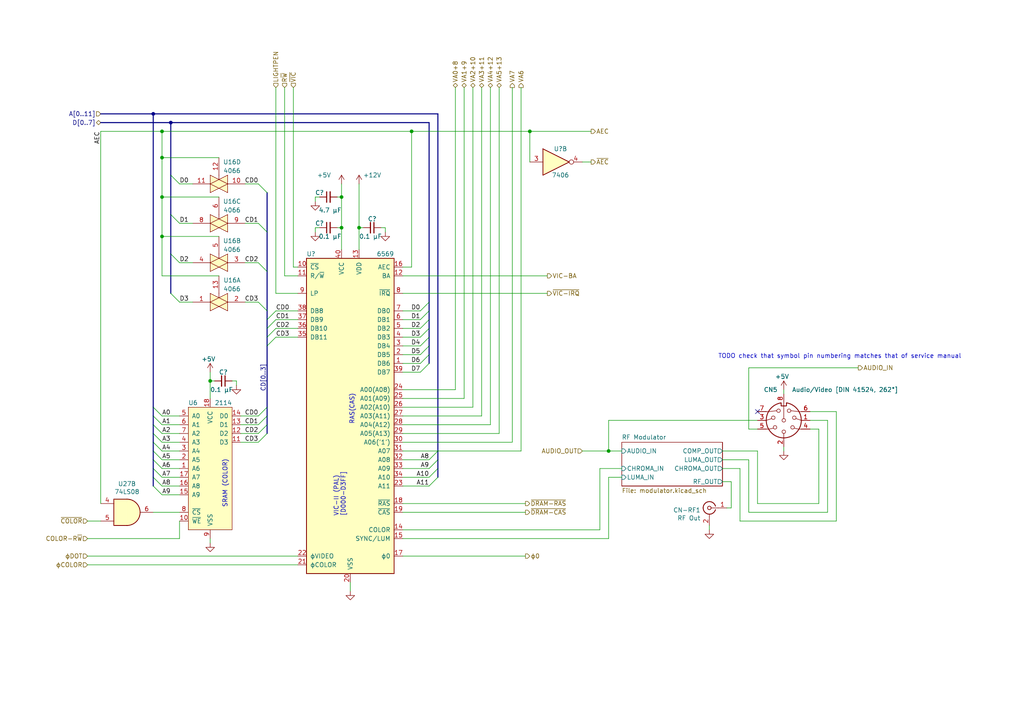
<source format=kicad_sch>
(kicad_sch (version 20231120) (generator "eeschema") (generator_version "8.0")
  (paper "A4")
  (title_block (title "Commodore 64 - Video/Bus Control (schematic #251469)") (date "2019-08-11") (rev "0.2") (company "Commodore Business Machines, Inc.") (comment 1 "Based on C64/C64C Service Manual (1992-03) pp. 31-32 [PN-314001-03]") (comment 4 "KiCad schematic capture by Cumbayah! <cumbayah@subetha.dk>"))
  (lib_symbols
    (symbol "4xxx:4066" (pin_names (offset 1.016))
      (property "Reference" "U" (at -7.62 8.89 0))
      (property "Value" "4066" (at -7.62 -8.89 0))
      (symbol "4066_1_0"
        (polyline (pts (xy 0 1.27) (xy 0 2.54)) (stroke (width 0.1524)))
        (polyline (pts (xy -2.54 0) (xy 2.54 2.54) (xy 2.54 -2.54) (xy -2.54 0)) (fill (type background)))
        (polyline (pts (xy -2.54 2.54) (xy 2.54 0) (xy -2.54 -2.54) (xy -2.54 2.54)) (fill (type background)))
        (pin passive line (at -7.62 0 0) (length 5.08) (name "~") (number "1"))
        (pin input line (at 0 7.62 270) (length 5.08) (name "~") (number "13"))
        (pin passive line (at 7.62 0 180) (length 5.08) (name "~") (number "2"))
      )
      (symbol "4066_2_0"
        (polyline (pts (xy 0 1.27) (xy 0 2.54)) (stroke (width 0.1524)))
        (polyline (pts (xy -2.54 0) (xy 2.54 2.54) (xy 2.54 -2.54) (xy -2.54 0)) (fill (type background)))
        (polyline (pts (xy -2.54 2.54) (xy 2.54 0) (xy -2.54 -2.54) (xy -2.54 2.54)) (fill (type background)))
        (pin passive line (at 7.62 0 180) (length 5.08) (name "~") (number "3"))
        (pin passive line (at -7.62 0 0) (length 5.08) (name "~") (number "4"))
        (pin input line (at 0 7.62 270) (length 5.08) (name "~") (number "5"))
      )
      (symbol "4066_3_0"
        (polyline (pts (xy 0 1.27) (xy 0 2.54)) (stroke (width 0.1524)))
        (polyline (pts (xy -2.54 0) (xy 2.54 2.54) (xy 2.54 -2.54) (xy -2.54 0)) (fill (type background)))
        (polyline (pts (xy -2.54 2.54) (xy 2.54 0) (xy -2.54 -2.54) (xy -2.54 2.54)) (fill (type background)))
        (pin input line (at 0 7.62 270) (length 5.08) (name "~") (number "6"))
        (pin passive line (at -7.62 0 0) (length 5.08) (name "~") (number "8"))
        (pin passive line (at 7.62 0 180) (length 5.08) (name "~") (number "9"))
      )
      (symbol "4066_4_0"
        (polyline (pts (xy 0 1.27) (xy 0 2.54)) (stroke (width 0.1524)))
        (polyline (pts (xy -2.54 0) (xy 2.54 2.54) (xy 2.54 -2.54) (xy -2.54 0)) (fill (type background)))
        (polyline (pts (xy -2.54 2.54) (xy 2.54 0) (xy -2.54 -2.54) (xy -2.54 2.54)) (fill (type background)))
        (pin passive line (at 7.62 0 180) (length 5.08) (name "~") (number "10"))
        (pin passive line (at -7.62 0 0) (length 5.08) (name "~") (number "11"))
        (pin input line (at 0 7.62 270) (length 5.08) (name "~") (number "12"))
      )
      (symbol "4066_5_0"
        (pin power_in line (at 0 12.7 270) (length 5.08) (name "VDD") (number "14"))
        (pin power_in line (at 0 -12.7 90) (length 5.08) (name "VSS") (number "7"))
      )
      (symbol "4066_5_1"
        (rectangle (start -5.08 7.62) (end 5.08 -7.62) (stroke (width 0.254)) (fill (type background)))
      )
    )
    (symbol "74xx:74LS08" (pin_names (offset 1.016))
      (property "Reference" "U" (at 0 1.27 0))
      (property "Value" "74LS08" (at 0 -1.27 0))
      (symbol "74LS08_1_1"
        (arc (start 0 -3.81) (mid 3.7934 0) (end 0 3.81) (stroke (width 0.254)) (fill (type background)))
        (polyline (pts (xy 0 3.81) (xy -3.81 3.81) (xy -3.81 -3.81) (xy 0 -3.81)) (stroke (width 0.254)) (fill (type background)))
        (pin input line (at -7.62 2.54 0) (length 3.81) (name "~") (number "1"))
        (pin input line (at -7.62 -2.54 0) (length 3.81) (name "~") (number "2"))
        (pin output line (at 7.62 0 180) (length 3.81) (name "~") (number "3"))
      )
      (symbol "74LS08_1_2"
        (arc (start -3.81 -3.81) (mid -2.589 0) (end -3.81 3.81) (stroke (width 0.254)))
        (arc (start -0.6096 -3.81) (mid 2.1842 -2.5851) (end 3.81 0) (stroke (width 0.254)) (fill (type background)))
        (polyline (pts (xy -3.81 -3.81) (xy -0.635 -3.81)) (stroke (width 0.254)) (fill (type background)))
        (polyline (pts (xy -3.81 3.81) (xy -0.635 3.81)) (stroke (width 0.254)) (fill (type background)))
        (polyline (pts (xy -0.635 3.81) (xy -3.81 3.81) (xy -3.81 3.81) (xy -3.556 3.4036) (xy -3.0226 2.2606) (xy -2.6924 1.0414) (xy -2.6162 -0.254) (xy -2.7686 -1.4986) (xy -3.175 -2.7178) (xy -3.81 -3.81) (xy -3.81 -3.81) (xy -0.635 -3.81)) (stroke (width -25.4)) (fill (type background)))
        (arc (start 3.81 0) (mid 2.1915 2.5936) (end -0.6096 3.81) (stroke (width 0.254)) (fill (type background)))
        (pin input inverted (at -7.62 2.54 0) (length 4.318) (name "~") (number "1"))
        (pin input inverted (at -7.62 -2.54 0) (length 4.318) (name "~") (number "2"))
        (pin output inverted (at 7.62 0 180) (length 3.81) (name "~") (number "3"))
      )
      (symbol "74LS08_2_1"
        (arc (start 0 -3.81) (mid 3.7934 0) (end 0 3.81) (stroke (width 0.254)) (fill (type background)))
        (polyline (pts (xy 0 3.81) (xy -3.81 3.81) (xy -3.81 -3.81) (xy 0 -3.81)) (stroke (width 0.254)) (fill (type background)))
        (pin input line (at -7.62 2.54 0) (length 3.81) (name "~") (number "4"))
        (pin input line (at -7.62 -2.54 0) (length 3.81) (name "~") (number "5"))
        (pin output line (at 7.62 0 180) (length 3.81) (name "~") (number "6"))
      )
      (symbol "74LS08_2_2"
        (arc (start -3.81 -3.81) (mid -2.589 0) (end -3.81 3.81) (stroke (width 0.254)))
        (arc (start -0.6096 -3.81) (mid 2.1842 -2.5851) (end 3.81 0) (stroke (width 0.254)) (fill (type background)))
        (polyline (pts (xy -3.81 -3.81) (xy -0.635 -3.81)) (stroke (width 0.254)) (fill (type background)))
        (polyline (pts (xy -3.81 3.81) (xy -0.635 3.81)) (stroke (width 0.254)) (fill (type background)))
        (polyline (pts (xy -0.635 3.81) (xy -3.81 3.81) (xy -3.81 3.81) (xy -3.556 3.4036) (xy -3.0226 2.2606) (xy -2.6924 1.0414) (xy -2.6162 -0.254) (xy -2.7686 -1.4986) (xy -3.175 -2.7178) (xy -3.81 -3.81) (xy -3.81 -3.81) (xy -0.635 -3.81)) (stroke (width -25.4)) (fill (type background)))
        (arc (start 3.81 0) (mid 2.1915 2.5936) (end -0.6096 3.81) (stroke (width 0.254)) (fill (type background)))
        (pin input inverted (at -7.62 2.54 0) (length 4.318) (name "~") (number "4"))
        (pin input inverted (at -7.62 -2.54 0) (length 4.318) (name "~") (number "5"))
        (pin output inverted (at 7.62 0 180) (length 3.81) (name "~") (number "6"))
      )
      (symbol "74LS08_3_1"
        (arc (start 0 -3.81) (mid 3.7934 0) (end 0 3.81) (stroke (width 0.254)) (fill (type background)))
        (polyline (pts (xy 0 3.81) (xy -3.81 3.81) (xy -3.81 -3.81) (xy 0 -3.81)) (stroke (width 0.254)) (fill (type background)))
        (pin input line (at -7.62 -2.54 0) (length 3.81) (name "~") (number "10"))
        (pin output line (at 7.62 0 180) (length 3.81) (name "~") (number "8"))
        (pin input line (at -7.62 2.54 0) (length 3.81) (name "~") (number "9"))
      )
      (symbol "74LS08_3_2"
        (arc (start -3.81 -3.81) (mid -2.589 0) (end -3.81 3.81) (stroke (width 0.254)))
        (arc (start -0.6096 -3.81) (mid 2.1842 -2.5851) (end 3.81 0) (stroke (width 0.254)) (fill (type background)))
        (polyline (pts (xy -3.81 -3.81) (xy -0.635 -3.81)) (stroke (width 0.254)) (fill (type background)))
        (polyline (pts (xy -3.81 3.81) (xy -0.635 3.81)) (stroke (width 0.254)) (fill (type background)))
        (polyline (pts (xy -0.635 3.81) (xy -3.81 3.81) (xy -3.81 3.81) (xy -3.556 3.4036) (xy -3.0226 2.2606) (xy -2.6924 1.0414) (xy -2.6162 -0.254) (xy -2.7686 -1.4986) (xy -3.175 -2.7178) (xy -3.81 -3.81) (xy -3.81 -3.81) (xy -0.635 -3.81)) (stroke (width -25.4)) (fill (type background)))
        (arc (start 3.81 0) (mid 2.1915 2.5936) (end -0.6096 3.81) (stroke (width 0.254)) (fill (type background)))
        (pin input inverted (at -7.62 -2.54 0) (length 4.318) (name "~") (number "10"))
        (pin output inverted (at 7.62 0 180) (length 3.81) (name "~") (number "8"))
        (pin input inverted (at -7.62 2.54 0) (length 4.318) (name "~") (number "9"))
      )
      (symbol "74LS08_4_1"
        (arc (start 0 -3.81) (mid 3.7934 0) (end 0 3.81) (stroke (width 0.254)) (fill (type background)))
        (polyline (pts (xy 0 3.81) (xy -3.81 3.81) (xy -3.81 -3.81) (xy 0 -3.81)) (stroke (width 0.254)) (fill (type background)))
        (pin output line (at 7.62 0 180) (length 3.81) (name "~") (number "11"))
        (pin input line (at -7.62 2.54 0) (length 3.81) (name "~") (number "12"))
        (pin input line (at -7.62 -2.54 0) (length 3.81) (name "~") (number "13"))
      )
      (symbol "74LS08_4_2"
        (arc (start -3.81 -3.81) (mid -2.589 0) (end -3.81 3.81) (stroke (width 0.254)))
        (arc (start -0.6096 -3.81) (mid 2.1842 -2.5851) (end 3.81 0) (stroke (width 0.254)) (fill (type background)))
        (polyline (pts (xy -3.81 -3.81) (xy -0.635 -3.81)) (stroke (width 0.254)) (fill (type background)))
        (polyline (pts (xy -3.81 3.81) (xy -0.635 3.81)) (stroke (width 0.254)) (fill (type background)))
        (polyline (pts (xy -0.635 3.81) (xy -3.81 3.81) (xy -3.81 3.81) (xy -3.556 3.4036) (xy -3.0226 2.2606) (xy -2.6924 1.0414) (xy -2.6162 -0.254) (xy -2.7686 -1.4986) (xy -3.175 -2.7178) (xy -3.81 -3.81) (xy -3.81 -3.81) (xy -0.635 -3.81)) (stroke (width -25.4)) (fill (type background)))
        (arc (start 3.81 0) (mid 2.1915 2.5936) (end -0.6096 3.81) (stroke (width 0.254)) (fill (type background)))
        (pin output inverted (at 7.62 0 180) (length 3.81) (name "~") (number "11"))
        (pin input inverted (at -7.62 2.54 0) (length 4.318) (name "~") (number "12"))
        (pin input inverted (at -7.62 -2.54 0) (length 4.318) (name "~") (number "13"))
      )
      (symbol "74LS08_5_0"
        (pin power_in line (at 0 12.7 270) (length 5.08) (name "VCC") (number "14"))
        (pin power_in line (at 0 -12.7 90) (length 5.08) (name "GND") (number "7"))
      )
      (symbol "74LS08_5_1"
        (rectangle (start -5.08 7.62) (end 5.08 -7.62) (stroke (width 0.254)) (fill (type background)))
      )
    )
    (symbol "74xx_more:7406" (pin_names (offset 1.016))
      (property "Reference" "U" (at 0 1.27 0))
      (property "Value" "7406" (at 0 -1.27 0))
      (symbol "7406_1_0"
        (polyline (pts (xy -3.81 3.81) (xy -3.81 -3.81) (xy 3.81 0) (xy -3.81 3.81)) (stroke (width 0.254)) (fill (type background)))
        (pin input line (at -7.62 0 0) (length 3.81) (name "~") (number "1"))
        (pin open_collector inverted (at 7.62 0 180) (length 3.81) (name "~") (number "2"))
      )
      (symbol "7406_2_0"
        (polyline (pts (xy -3.81 3.81) (xy -3.81 -3.81) (xy 3.81 0) (xy -3.81 3.81)) (stroke (width 0.254)) (fill (type background)))
        (pin input line (at -7.62 0 0) (length 3.81) (name "~") (number "3"))
        (pin open_collector inverted (at 7.62 0 180) (length 3.81) (name "~") (number "4"))
      )
      (symbol "7406_3_0"
        (polyline (pts (xy -3.81 3.81) (xy -3.81 -3.81) (xy 3.81 0) (xy -3.81 3.81)) (stroke (width 0.254)) (fill (type background)))
        (pin input line (at -7.62 0 0) (length 3.81) (name "~") (number "5"))
        (pin open_collector inverted (at 7.62 0 180) (length 3.81) (name "~") (number "6"))
      )
      (symbol "7406_4_0"
        (polyline (pts (xy -3.81 3.81) (xy -3.81 -3.81) (xy 3.81 0) (xy -3.81 3.81)) (stroke (width 0.254)) (fill (type background)))
        (pin open_collector inverted (at 7.62 0 180) (length 3.81) (name "~") (number "8"))
        (pin input line (at -7.62 0 0) (length 3.81) (name "~") (number "9"))
      )
      (symbol "7406_5_0"
        (polyline (pts (xy -3.81 3.81) (xy -3.81 -3.81) (xy 3.81 0) (xy -3.81 3.81)) (stroke (width 0.254)) (fill (type background)))
        (pin open_collector inverted (at 7.62 0 180) (length 3.81) (name "~") (number "10"))
        (pin input line (at -7.62 0 0) (length 3.81) (name "~") (number "11"))
      )
      (symbol "7406_6_0"
        (polyline (pts (xy -3.81 3.81) (xy -3.81 -3.81) (xy 3.81 0) (xy -3.81 3.81)) (stroke (width 0.254)) (fill (type background)))
        (pin open_collector inverted (at 7.62 0 180) (length 3.81) (name "~") (number "12"))
        (pin input line (at -7.62 0 0) (length 3.81) (name "~") (number "13"))
      )
      (symbol "7406_7_0"
        (pin power_in line (at 0 12.7 270) (length 5.08) (name "VCC") (number "14"))
        (pin power_in line (at 0 -12.7 90) (length 5.08) (name "GND") (number "7"))
      )
      (symbol "7406_7_1"
        (rectangle (start -5.08 7.62) (end 5.08 -7.62) (stroke (width 0.254)) (fill (type background)))
      )
    )
    (symbol "C64B-rescue:+12V-power" (power) (pin_names (offset 0))
      (property "Value" "power_+12V" (at 0 3.556 0))
      (symbol "+12V-power_0_1"
        (polyline (pts (xy -0.762 1.27) (xy 0 2.54)))
        (polyline (pts (xy 0 0) (xy 0 2.54)))
        (polyline (pts (xy 0 2.54) (xy 0.762 1.27)))
      )
      (symbol "+12V-power_1_1"
        (pin power_in line (at 0 0 90) (length 0) hide (name "+12V") (number "1"))
      )
    )
    (symbol "C64B-rescue:+5V-power" (power) (pin_names (offset 0))
      (property "Value" "power_+5V" (at 0 3.556 0))
      (symbol "+5V-power_0_1"
        (polyline (pts (xy -0.762 1.27) (xy 0 2.54)))
        (polyline (pts (xy 0 0) (xy 0 2.54)))
        (polyline (pts (xy 0 2.54) (xy 0.762 1.27)))
      )
      (symbol "+5V-power_1_1"
        (pin power_in line (at 0 0 90) (length 0) hide (name "+5V") (number "1"))
      )
    )
    (symbol "C64B-rescue:GND-power" (power) (pin_names (offset 0))
      (property "Value" "power_GND" (at 0 -3.81 0))
      (symbol "GND-power_0_1"
        (polyline (pts (xy 0 0) (xy 0 -1.27) (xy 1.27 -1.27) (xy 0 -2.54) (xy -1.27 -1.27) (xy 0 -1.27)))
      )
      (symbol "GND-power_1_1"
        (pin power_in line (at 0 0 270) (length 0) hide (name "GND") (number "1"))
      )
    )
    (symbol "Connector:Conn_Coaxial" (pin_names (offset 1.016) hide)
      (property "Reference" "J" (at 0.254 3.048 0))
      (property "Value" "Conn_Coaxial" (at 2.921 0 90))
      (symbol "Conn_Coaxial_0_1"
        (arc (start -1.778 -0.508) (mid 0.2311 -1.8066) (end 1.778 0) (stroke (width 0.254)))
        (polyline (pts (xy -2.54 0) (xy -0.508 0)))
        (polyline (pts (xy 0 -2.54) (xy 0 -1.778)))
        (circle (center 0 0) (radius 0.508) (stroke (width 0.2032)))
        (arc (start 1.778 0) (mid 0.2099 1.8101) (end -1.778 0.508) (stroke (width 0.254)))
      )
      (symbol "Conn_Coaxial_1_1"
        (pin passive line (at -5.08 0 0) (length 2.54) (name "In") (number "1"))
        (pin passive line (at 0 -5.08 90) (length 2.54) (name "Ext") (number "2"))
      )
    )
    (symbol "Connector:DIN-8" (pin_names (offset 1.016))
      (property "Reference" "J" (at 3.175 5.715 0))
      (property "Value" "DIN-8" (at 2.032 -5.842 0))
      (symbol "DIN-8_0_1"
        (arc (start -5.08 0) (mid -3.8609 -3.3364) (end -0.762 -5.08) (stroke (width 0.254)))
        (circle (center -3.048 -0.762) (radius 0.508))
        (circle (center -2.54 2.032) (radius 0.508))
        (circle (center -1.524 -2.794) (radius 0.508))
        (polyline (pts (xy -5.08 0) (xy -3.556 -0.508)))
        (polyline (pts (xy 0 -0.508) (xy 0 -5.08)))
        (polyline (pts (xy 0 5.08) (xy 0 3.81)))
        (polyline (pts (xy 5.08 0) (xy 3.556 -0.508)))
        (polyline (pts (xy -5.08 -2.54) (xy -4.318 -2.54) (xy -2.032 -2.794)))
        (polyline (pts (xy -5.08 2.54) (xy -4.318 2.54) (xy -3.048 2.286)))
        (polyline (pts (xy 5.08 -2.54) (xy 4.318 -2.54) (xy 2.032 -2.794)))
        (polyline (pts (xy 5.08 2.54) (xy 4.318 2.54) (xy 3.048 2.286)))
        (polyline (pts (xy -0.762 -4.953) (xy -0.762 -4.191) (xy 0.762 -4.191) (xy 0.762 -4.953)) (stroke (width 0.254)))
        (circle (center 0 0) (radius 0.508))
        (circle (center 0 3.302) (radius 0.508))
        (arc (start 0.762 -5.08) (mid 3.8685 -3.343) (end 5.08 0) (stroke (width 0.254)))
        (circle (center 1.524 -2.794) (radius 0.508))
        (circle (center 2.54 2.032) (radius 0.508))
        (circle (center 3.048 -0.762) (radius 0.508))
        (arc (start 5.08 0) (mid 0 5.0579) (end -5.08 0) (stroke (width 0.254)))
      )
      (symbol "DIN-8_1_1"
        (pin passive line (at -7.62 0 0) (length 2.54) (name "~") (number "1"))
        (pin passive line (at 0 7.62 270) (length 2.54) (name "~") (number "2"))
        (pin passive line (at 7.62 0 180) (length 2.54) (name "~") (number "3"))
        (pin passive line (at -7.62 2.54 0) (length 2.54) (name "~") (number "4"))
        (pin passive line (at 7.62 2.54 180) (length 2.54) (name "~") (number "5"))
        (pin passive line (at -7.62 -2.54 0) (length 2.54) (name "~") (number "6"))
        (pin passive line (at 7.62 -2.54 180) (length 2.54) (name "~") (number "7"))
        (pin passive line (at 0 -7.62 90) (length 2.54) (name "~") (number "8"))
      )
    )
    (symbol "Device:C_Small" (pin_numbers hide) (pin_names (offset 0.254) hide)
      (property "Reference" "C" (at 0.254 1.778 0))
      (property "Value" "C_Small" (at 0.254 -2.032 0))
      (symbol "C_Small_0_1"
        (polyline (pts (xy -1.524 -0.508) (xy 1.524 -0.508)) (stroke (width 0.3302)))
        (polyline (pts (xy -1.524 0.508) (xy 1.524 0.508)) (stroke (width 0.3048)))
      )
      (symbol "C_Small_1_1"
        (pin passive line (at 0 2.54 270) (length 2.032) (name "~") (number "1"))
        (pin passive line (at 0 -2.54 90) (length 2.032) (name "~") (number "2"))
      )
    )
    (symbol "Memory_RAM_Texas:TMS2114" (pin_names (offset 1.016))
      (property "Reference" "U" (at -6.35 19.05 0))
      (property "Value" "TMS2114" (at 1.27 19.05 0))
      (symbol "TMS2114_1_1"
        (rectangle (start -6.35 17.78) (end 6.35 -17.78) (fill (type background)))
        (pin input line (at -8.89 0 0) (length 2.54) (name "A6") (number "1"))
        (pin input line (at -8.89 -15.24 0) (length 2.54) (name "~{WE}") (number "10"))
        (pin bidirectional line (at 8.89 7.62 180) (length 2.54) (name "D3") (number "11"))
        (pin bidirectional line (at 8.89 10.16 180) (length 2.54) (name "D2") (number "12"))
        (pin bidirectional line (at 8.89 12.7 180) (length 2.54) (name "D1") (number "13"))
        (pin bidirectional line (at 8.89 15.24 180) (length 2.54) (name "D0") (number "14"))
        (pin input line (at -8.89 -7.62 0) (length 2.54) (name "A9") (number "15"))
        (pin input line (at -8.89 -5.08 0) (length 2.54) (name "A8") (number "16"))
        (pin input line (at -8.89 -2.54 0) (length 2.54) (name "A7") (number "17"))
        (pin power_in line (at 0 20.32 270) (length 2.54) (name "VCC") (number "18"))
        (pin input line (at -8.89 2.54 0) (length 2.54) (name "A5") (number "2"))
        (pin input line (at -8.89 5.08 0) (length 2.54) (name "A4") (number "3"))
        (pin input line (at -8.89 7.62 0) (length 2.54) (name "A3") (number "4"))
        (pin input line (at -8.89 15.24 0) (length 2.54) (name "A0") (number "5"))
        (pin input line (at -8.89 12.7 0) (length 2.54) (name "A1") (number "6"))
        (pin input line (at -8.89 10.16 0) (length 2.54) (name "A2") (number "7"))
        (pin input line (at -8.89 -12.7 0) (length 2.54) (name "~{CS}") (number "8"))
        (pin power_in line (at 0 -20.32 90) (length 2.54) (name "VSS") (number "9"))
      )
    )
    (symbol "Video_MOSTechnology:6569" (pin_names (offset 1.016))
      (property "Reference" "U" (at -12.7 46.99 0))
      (property "Value" "6569" (at 12.7 46.99 0))
      (symbol "6569_0_1"
        (rectangle (start 12.7 45.72) (end -12.7 -45.72) (stroke (width 0.254)) (fill (type background)))
      )
      (symbol "6569_1_1"
        (pin bidirectional line (at 15.24 15.24 180) (length 2.54) (name "DB6") (number "1"))
        (pin input line (at -15.24 43.18 0) (length 2.54) (name "~{CS}") (number "10"))
        (pin input line (at -15.24 40.64 0) (length 2.54) (name "R/~{W}") (number "11"))
        (pin output line (at 15.24 40.64 180) (length 2.54) (name "BA") (number "12"))
        (pin power_in line (at 2.54 48.26 270) (length 2.54) (name "VDD") (number "13"))
        (pin passive line (at 15.24 -33.02 180) (length 2.54) (name "COLOR") (number "14"))
        (pin passive line (at 15.24 -35.56 180) (length 2.54) (name "SYNC/LUM") (number "15"))
        (pin output line (at 15.24 43.18 180) (length 2.54) (name "AEC") (number "16"))
        (pin output line (at 15.24 -40.64 180) (length 2.54) (name "ϕ0") (number "17"))
        (pin output line (at 15.24 -25.4 180) (length 2.54) (name "~{RAS}") (number "18"))
        (pin output line (at 15.24 -27.94 180) (length 2.54) (name "~{CAS}") (number "19"))
        (pin bidirectional line (at 15.24 17.78 180) (length 2.54) (name "DB5") (number "2"))
        (pin power_in line (at 0 -48.26 90) (length 2.54) (name "VSS") (number "20"))
        (pin input line (at -15.24 -43.18 0) (length 2.54) (name "ϕCOLOR") (number "21"))
        (pin input line (at -15.24 -40.64 0) (length 2.54) (name "ϕVIDEO") (number "22"))
        (pin tri_state line (at 15.24 -20.32 180) (length 2.54) (name "A11") (number "23"))
        (pin bidirectional line (at 15.24 7.62 180) (length 2.54) (name "A00(A08)") (number "24"))
        (pin bidirectional line (at 15.24 5.08 180) (length 2.54) (name "A01(A09)") (number "25"))
        (pin bidirectional line (at 15.24 2.54 180) (length 2.54) (name "A02(A10)") (number "26"))
        (pin bidirectional line (at 15.24 0 180) (length 2.54) (name "A03(A11)") (number "27"))
        (pin bidirectional line (at 15.24 -2.54 180) (length 2.54) (name "A04(A12)") (number "28"))
        (pin bidirectional line (at 15.24 -5.08 180) (length 2.54) (name "A05(A13)") (number "29"))
        (pin bidirectional line (at 15.24 20.32 180) (length 2.54) (name "DB4") (number "3"))
        (pin tri_state line (at 15.24 -7.62 180) (length 2.54) (name "A06('1')") (number "30"))
        (pin tri_state line (at 15.24 -10.16 180) (length 2.54) (name "A07") (number "31"))
        (pin tri_state line (at 15.24 -12.7 180) (length 2.54) (name "A08") (number "32"))
        (pin tri_state line (at 15.24 -15.24 180) (length 2.54) (name "A09") (number "33"))
        (pin tri_state line (at 15.24 -17.78 180) (length 2.54) (name "A10") (number "34"))
        (pin input line (at -15.24 22.86 0) (length 2.54) (name "DB11") (number "35"))
        (pin input line (at -15.24 25.4 0) (length 2.54) (name "DB10") (number "36"))
        (pin input line (at -15.24 27.94 0) (length 2.54) (name "DB9") (number "37"))
        (pin input line (at -15.24 30.48 0) (length 2.54) (name "DB8") (number "38"))
        (pin bidirectional line (at 15.24 12.7 180) (length 2.54) (name "DB7") (number "39"))
        (pin bidirectional line (at 15.24 22.86 180) (length 2.54) (name "DB3") (number "4"))
        (pin power_in line (at -2.54 48.26 270) (length 2.54) (name "VCC") (number "40"))
        (pin bidirectional line (at 15.24 25.4 180) (length 2.54) (name "DB2") (number "5"))
        (pin bidirectional line (at 15.24 27.94 180) (length 2.54) (name "DB1") (number "6"))
        (pin bidirectional line (at 15.24 30.48 180) (length 2.54) (name "DB0") (number "7"))
        (pin open_collector line (at 15.24 35.56 180) (length 2.54) (name "~{IRQ}") (number "8"))
        (pin input line (at -15.24 35.56 0) (length 2.54) (name "LP") (number "9"))
      )
    )
    (symbol "power_more:CAN+5V" (power) (pin_names (offset 0))
      (property "Value" "CAN+5V" (at 0 3.556 0))
      (symbol "CAN+5V_0_1"
        (polyline (pts (xy -0.762 1.27) (xy 0 2.54)))
        (polyline (pts (xy 0 0) (xy 0 2.54)))
        (polyline (pts (xy 0 2.54) (xy 0.762 1.27)))
      )
      (symbol "CAN+5V_1_1"
        (pin power_in line (at 0 0 90) (length 0) hide (name "+5V") (number "1"))
      )
    )
  )
  (junction (at 99.06 66.04))
  (junction (at 46.99 38.1))
  (junction (at 60.96 110.49))
  (junction (at 46.99 68.58))
  (junction (at 104.14 66.04))
  (junction (at 176.53 130.81))
  (junction (at 46.99 45.72))
  (junction (at 119.38 38.1))
  (junction (at 46.99 57.15))
  (junction (at 99.06 57.15))
  (junction (at 44.45 33.02))
  (junction (at 49.53 35.56))
  (junction (at 153.67 38.1))
  (no_connect (at 219.71 119.38))
  (bus_entry (at 121.92 107.95) (size 2.54 -2.54))
  (bus_entry (at 77.47 55.88) (size -2.54 -2.54))
  (bus_entry (at 49.53 62.23) (size 2.54 2.54))
  (bus_entry (at 77.47 92.71) (size 2.54 -2.54))
  (bus_entry (at 44.45 140.97) (size 2.54 2.54))
  (bus_entry (at 74.93 120.65) (size 2.54 -2.54))
  (bus_entry (at 44.45 123.19) (size 2.54 2.54))
  (bus_entry (at 44.45 138.43) (size 2.54 2.54))
  (bus_entry (at 121.92 105.41) (size 2.54 -2.54))
  (bus_entry (at 77.47 67.31) (size -2.54 -2.54))
  (bus_entry (at 44.45 133.35) (size 2.54 2.54))
  (bus_entry (at 124.46 135.89) (size 2.54 -2.54))
  (bus_entry (at 121.92 95.25) (size 2.54 -2.54))
  (bus_entry (at 74.93 125.73) (size 2.54 -2.54))
  (bus_entry (at 44.45 135.89) (size 2.54 2.54))
  (bus_entry (at 74.93 123.19) (size 2.54 -2.54))
  (bus_entry (at 49.53 73.66) (size 2.54 2.54))
  (bus_entry (at 77.47 97.79) (size 2.54 -2.54))
  (bus_entry (at 121.92 97.79) (size 2.54 -2.54))
  (bus_entry (at 44.45 125.73) (size 2.54 2.54))
  (bus_entry (at 124.46 133.35) (size 2.54 -2.54))
  (bus_entry (at 44.45 120.65) (size 2.54 2.54))
  (bus_entry (at 77.47 100.33) (size 2.54 -2.54))
  (bus_entry (at 124.46 138.43) (size 2.54 -2.54))
  (bus_entry (at 49.53 85.09) (size 2.54 2.54))
  (bus_entry (at 74.93 128.27) (size 2.54 -2.54))
  (bus_entry (at 44.45 130.81) (size 2.54 2.54))
  (bus_entry (at 77.47 90.17) (size -2.54 -2.54))
  (bus_entry (at 77.47 78.74) (size -2.54 -2.54))
  (bus_entry (at 121.92 92.71) (size 2.54 -2.54))
  (bus_entry (at 44.45 128.27) (size 2.54 2.54))
  (bus_entry (at 121.92 90.17) (size 2.54 -2.54))
  (bus_entry (at 124.46 140.97) (size 2.54 -2.54))
  (bus_entry (at 121.92 100.33) (size 2.54 -2.54))
  (bus_entry (at 121.92 102.87) (size 2.54 -2.54))
  (bus_entry (at 77.47 95.25) (size 2.54 -2.54))
  (bus_entry (at 49.53 50.8) (size 2.54 2.54))
  (bus_entry (at 44.45 118.11) (size 2.54 2.54))
  (wire (pts (xy 116.84 130.81) (xy 127 130.81)))
  (wire (pts (xy 116.84 125.73) (xy 144.78 125.73)))
  (bus (pts (xy 124.46 90.17) (xy 124.46 92.71)))
  (wire (pts (xy 142.24 123.19) (xy 142.24 25.4)))
  (wire (pts (xy 99.06 57.15) (xy 97.79 57.15)))
  (wire (pts (xy 99.06 72.39) (xy 99.06 66.04)))
  (wire (pts (xy 234.95 124.46) (xy 237.49 124.46)))
  (bus (pts (xy 127 135.89) (xy 127 138.43)))
  (bus (pts (xy 44.45 130.81) (xy 44.45 133.35)))
  (bus (pts (xy 44.45 125.73) (xy 44.45 128.27)))
  (wire (pts (xy 29.21 146.05) (xy 29.21 38.1)))
  (wire (pts (xy 86.36 80.01) (xy 82.55 80.01)))
  (wire (pts (xy 219.71 130.81) (xy 219.71 146.05)))
  (wire (pts (xy 104.14 72.39) (xy 104.14 66.04)))
  (wire (pts (xy 25.4 163.83) (xy 86.36 163.83)))
  (wire (pts (xy 144.78 25.4) (xy 144.78 125.73)))
  (bus (pts (xy 44.45 135.89) (xy 44.45 138.43)))
  (bus (pts (xy 124.46 100.33) (xy 124.46 102.87)))
  (wire (pts (xy 69.85 125.73) (xy 74.93 125.73)))
  (wire (pts (xy 116.84 113.03) (xy 132.08 113.03)))
  (wire (pts (xy 116.84 146.05) (xy 152.4 146.05)))
  (wire (pts (xy 67.31 110.49) (xy 68.58 110.49)))
  (wire (pts (xy 71.12 64.77) (xy 74.93 64.77)))
  (wire (pts (xy 116.84 105.41) (xy 121.92 105.41)))
  (wire (pts (xy 116.84 107.95) (xy 121.92 107.95)))
  (bus (pts (xy 29.21 33.02) (xy 44.45 33.02)))
  (wire (pts (xy 209.55 135.89) (xy 214.63 135.89)))
  (wire (pts (xy 86.36 97.79) (xy 80.01 97.79)))
  (wire (pts (xy 116.84 133.35) (xy 124.46 133.35)))
  (wire (pts (xy 219.71 124.46) (xy 217.17 124.46)))
  (wire (pts (xy 91.44 66.04) (xy 91.44 67.31)))
  (wire (pts (xy 52.07 143.51) (xy 46.99 143.51)))
  (bus (pts (xy 77.47 67.31) (xy 77.47 78.74)))
  (wire (pts (xy 173.99 153.67) (xy 173.99 135.89)))
  (wire (pts (xy 92.71 57.15) (xy 91.44 57.15)))
  (wire (pts (xy 52.07 120.65) (xy 46.99 120.65)))
  (wire (pts (xy 55.88 76.2) (xy 52.07 76.2)))
  (bus (pts (xy 44.45 123.19) (xy 44.45 125.73)))
  (wire (pts (xy 248.92 106.68) (xy 217.17 106.68)))
  (bus (pts (xy 124.46 35.56) (xy 124.46 87.63)))
  (wire (pts (xy 168.91 130.81) (xy 176.53 130.81)))
  (bus (pts (xy 77.47 90.17) (xy 77.47 92.71)))
  (bus (pts (xy 77.47 97.79) (xy 77.47 100.33)))
  (wire (pts (xy 68.58 110.49) (xy 68.58 111.76)))
  (wire (pts (xy 111.76 66.04) (xy 111.76 67.31)))
  (wire (pts (xy 242.57 119.38) (xy 242.57 151.13)))
  (wire (pts (xy 86.36 90.17) (xy 80.01 90.17)))
  (wire (pts (xy 219.71 146.05) (xy 237.49 146.05)))
  (wire (pts (xy 227.33 129.54) (xy 227.33 130.81)))
  (bus (pts (xy 77.47 100.33) (xy 77.47 118.11)))
  (wire (pts (xy 25.4 156.21) (xy 52.07 156.21)))
  (wire (pts (xy 46.99 45.72) (xy 46.99 38.1)))
  (wire (pts (xy 69.85 123.19) (xy 74.93 123.19)))
  (bus (pts (xy 44.45 120.65) (xy 44.45 123.19)))
  (wire (pts (xy 116.84 148.59) (xy 152.4 148.59)))
  (wire (pts (xy 91.44 57.15) (xy 91.44 58.42)))
  (wire (pts (xy 52.07 125.73) (xy 46.99 125.73)))
  (wire (pts (xy 52.07 123.19) (xy 46.99 123.19)))
  (wire (pts (xy 116.84 120.65) (xy 139.7 120.65)))
  (wire (pts (xy 217.17 148.59) (xy 240.03 148.59)))
  (wire (pts (xy 116.84 90.17) (xy 121.92 90.17)))
  (wire (pts (xy 52.07 135.89) (xy 46.99 135.89)))
  (wire (pts (xy 46.99 57.15) (xy 46.99 68.58)))
  (wire (pts (xy 99.06 57.15) (xy 99.06 53.34)))
  (bus (pts (xy 124.46 92.71) (xy 124.46 95.25)))
  (bus (pts (xy 77.47 55.88) (xy 77.47 67.31)))
  (wire (pts (xy 119.38 77.47) (xy 119.38 38.1)))
  (wire (pts (xy 116.84 77.47) (xy 119.38 77.47)))
  (wire (pts (xy 46.99 80.01) (xy 63.5 80.01)))
  (wire (pts (xy 212.09 147.32) (xy 210.82 147.32)))
  (wire (pts (xy 104.14 66.04) (xy 104.14 53.34)))
  (bus (pts (xy 124.46 87.63) (xy 124.46 90.17)))
  (wire (pts (xy 148.59 128.27) (xy 148.59 25.4)))
  (wire (pts (xy 176.53 130.81) (xy 180.34 130.81)))
  (bus (pts (xy 77.47 95.25) (xy 77.47 97.79)))
  (wire (pts (xy 116.84 80.01) (xy 158.75 80.01)))
  (wire (pts (xy 29.21 38.1) (xy 46.99 38.1)))
  (wire (pts (xy 217.17 124.46) (xy 217.17 106.68)))
  (wire (pts (xy 151.13 130.81) (xy 151.13 25.4)))
  (bus (pts (xy 127 33.02) (xy 127 130.81)))
  (wire (pts (xy 99.06 66.04) (xy 99.06 57.15)))
  (wire (pts (xy 71.12 76.2) (xy 74.93 76.2)))
  (wire (pts (xy 46.99 68.58) (xy 46.99 80.01)))
  (wire (pts (xy 69.85 120.65) (xy 74.93 120.65)))
  (wire (pts (xy 116.84 92.71) (xy 121.92 92.71)))
  (wire (pts (xy 116.84 100.33) (xy 121.92 100.33)))
  (bus (pts (xy 44.45 133.35) (xy 44.45 135.89)))
  (wire (pts (xy 116.84 115.57) (xy 134.62 115.57)))
  (wire (pts (xy 69.85 128.27) (xy 74.93 128.27)))
  (bus (pts (xy 127 133.35) (xy 127 135.89)))
  (wire (pts (xy 52.07 156.21) (xy 52.07 151.13)))
  (wire (pts (xy 46.99 68.58) (xy 63.5 68.58)))
  (wire (pts (xy 127 130.81) (xy 151.13 130.81)))
  (wire (pts (xy 60.96 115.57) (xy 60.96 110.49)))
  (wire (pts (xy 214.63 151.13) (xy 242.57 151.13)))
  (wire (pts (xy 234.95 119.38) (xy 242.57 119.38)))
  (bus (pts (xy 124.46 97.79) (xy 124.46 100.33)))
  (bus (pts (xy 44.45 33.02) (xy 127 33.02)))
  (wire (pts (xy 25.4 151.13) (xy 29.21 151.13)))
  (wire (pts (xy 116.84 118.11) (xy 137.16 118.11)))
  (bus (pts (xy 127 130.81) (xy 127 133.35)))
  (wire (pts (xy 139.7 25.4) (xy 139.7 120.65)))
  (wire (pts (xy 46.99 38.1) (xy 119.38 38.1)))
  (wire (pts (xy 132.08 113.03) (xy 132.08 25.4)))
  (wire (pts (xy 55.88 53.34) (xy 52.07 53.34)))
  (wire (pts (xy 86.36 77.47) (xy 85.09 77.47)))
  (bus (pts (xy 49.53 35.56) (xy 29.21 35.56)))
  (wire (pts (xy 82.55 80.01) (xy 82.55 25.4)))
  (wire (pts (xy 60.96 110.49) (xy 62.23 110.49)))
  (bus (pts (xy 124.46 35.56) (xy 49.53 35.56)))
  (wire (pts (xy 104.14 66.04) (xy 105.41 66.04)))
  (bus (pts (xy 44.45 128.27) (xy 44.45 130.81)))
  (wire (pts (xy 55.88 64.77) (xy 52.07 64.77)))
  (wire (pts (xy 46.99 57.15) (xy 63.5 57.15)))
  (wire (pts (xy 209.55 133.35) (xy 217.17 133.35)))
  (wire (pts (xy 116.84 156.21) (xy 176.53 156.21)))
  (wire (pts (xy 116.84 95.25) (xy 121.92 95.25)))
  (wire (pts (xy 137.16 118.11) (xy 137.16 25.4)))
  (wire (pts (xy 176.53 138.43) (xy 180.34 138.43)))
  (wire (pts (xy 173.99 135.89) (xy 180.34 135.89)))
  (bus (pts (xy 77.47 123.19) (xy 77.47 125.73)))
  (wire (pts (xy 134.62 25.4) (xy 134.62 115.57)))
  (wire (pts (xy 205.74 152.4) (xy 205.74 153.67)))
  (wire (pts (xy 240.03 121.92) (xy 240.03 148.59)))
  (wire (pts (xy 86.36 92.71) (xy 80.01 92.71)))
  (wire (pts (xy 168.91 46.99) (xy 171.45 46.99)))
  (wire (pts (xy 116.84 85.09) (xy 158.75 85.09)))
  (bus (pts (xy 77.47 92.71) (xy 77.47 95.25)))
  (wire (pts (xy 52.07 130.81) (xy 46.99 130.81)))
  (bus (pts (xy 77.47 118.11) (xy 77.47 120.65)))
  (wire (pts (xy 219.71 130.81) (xy 209.55 130.81)))
  (wire (pts (xy 52.07 138.43) (xy 46.99 138.43)))
  (wire (pts (xy 85.09 77.47) (xy 85.09 25.4)))
  (wire (pts (xy 214.63 135.89) (xy 214.63 151.13)))
  (wire (pts (xy 52.07 140.97) (xy 46.99 140.97)))
  (wire (pts (xy 110.49 66.04) (xy 111.76 66.04)))
  (bus (pts (xy 49.53 35.56) (xy 49.53 50.8)))
  (wire (pts (xy 101.6 168.91) (xy 101.6 171.45)))
  (wire (pts (xy 46.99 45.72) (xy 46.99 57.15)))
  (wire (pts (xy 153.67 38.1) (xy 153.67 46.99)))
  (wire (pts (xy 71.12 87.63) (xy 74.93 87.63)))
  (wire (pts (xy 63.5 45.72) (xy 46.99 45.72)))
  (wire (pts (xy 176.53 121.92) (xy 219.71 121.92)))
  (wire (pts (xy 86.36 85.09) (xy 80.01 85.09)))
  (wire (pts (xy 116.84 135.89) (xy 124.46 135.89)))
  (bus (pts (xy 44.45 33.02) (xy 44.45 118.11)))
  (wire (pts (xy 116.84 153.67) (xy 173.99 153.67)))
  (bus (pts (xy 44.45 118.11) (xy 44.45 120.65)))
  (wire (pts (xy 52.07 128.27) (xy 46.99 128.27)))
  (wire (pts (xy 44.45 148.59) (xy 52.07 148.59)))
  (wire (pts (xy 116.84 138.43) (xy 124.46 138.43)))
  (wire (pts (xy 212.09 139.7) (xy 212.09 147.32)))
  (bus (pts (xy 49.53 50.8) (xy 49.53 62.23)))
  (wire (pts (xy 176.53 121.92) (xy 176.53 130.81)))
  (wire (pts (xy 55.88 87.63) (xy 52.07 87.63)))
  (wire (pts (xy 153.67 38.1) (xy 171.45 38.1)))
  (wire (pts (xy 80.01 85.09) (xy 80.01 25.4)))
  (wire (pts (xy 60.96 156.21) (xy 60.96 157.48)))
  (wire (pts (xy 209.55 139.7) (xy 212.09 139.7)))
  (wire (pts (xy 71.12 53.34) (xy 74.93 53.34)))
  (wire (pts (xy 234.95 121.92) (xy 240.03 121.92)))
  (wire (pts (xy 116.84 161.29) (xy 152.4 161.29)))
  (wire (pts (xy 99.06 66.04) (xy 97.79 66.04)))
  (wire (pts (xy 116.84 128.27) (xy 148.59 128.27)))
  (bus (pts (xy 124.46 95.25) (xy 124.46 97.79)))
  (wire (pts (xy 116.84 102.87) (xy 121.92 102.87)))
  (bus (pts (xy 49.53 62.23) (xy 49.53 73.66)))
  (wire (pts (xy 116.84 140.97) (xy 124.46 140.97)))
  (wire (pts (xy 119.38 38.1) (xy 153.67 38.1)))
  (wire (pts (xy 52.07 133.35) (xy 46.99 133.35)))
  (wire (pts (xy 227.33 113.03) (xy 227.33 114.3)))
  (wire (pts (xy 217.17 133.35) (xy 217.17 148.59)))
  (wire (pts (xy 116.84 123.19) (xy 142.24 123.19)))
  (bus (pts (xy 77.47 120.65) (xy 77.47 123.19)))
  (bus (pts (xy 49.53 73.66) (xy 49.53 85.09)))
  (wire (pts (xy 237.49 124.46) (xy 237.49 146.05)))
  (wire (pts (xy 25.4 161.29) (xy 86.36 161.29)))
  (wire (pts (xy 92.71 66.04) (xy 91.44 66.04)))
  (wire (pts (xy 60.96 110.49) (xy 60.96 107.95)))
  (bus (pts (xy 124.46 102.87) (xy 124.46 105.41)))
  (bus (pts (xy 77.47 78.74) (xy 77.47 90.17)))
  (bus (pts (xy 44.45 138.43) (xy 44.45 140.97)))
  (wire (pts (xy 86.36 95.25) (xy 80.01 95.25)))
  (wire (pts (xy 116.84 97.79) (xy 121.92 97.79)))
  (wire (pts (xy 176.53 156.21) (xy 176.53 138.43)))
  (text "TODO check that symbol pin numbering matches that of service manual" (at 208.28 104.14 0) (effects (font (size 1.27 1.27)) (justify left bottom)))
  (text "RAS(CAS)" (at 102.87 123.19 90) (effects (font (size 1.27 1.27)) (justify left bottom)))
  (text "VIC-II (PAL)\n[D000-D3FF]" (at 100.33 149.86 90) (effects (font (size 1.27 1.27)) (justify left bottom)))
  (text "SRAM (COLOR)" (at 66.04 147.32 90) (effects (font (size 1.27 1.27)) (justify left bottom)))
  (label "D5" (at 121.92 102.87 180))
  (label "A9" (at 124.46 135.89 180))
  (label "CD1" (at 80.01 92.71 0))
  (label "D6" (at 121.92 105.41 180))
  (label "D4" (at 121.92 100.33 180))
  (label "CD0" (at 74.93 120.65 180))
  (label "D2" (at 121.92 95.25 180))
  (label "CD2" (at 80.01 95.25 0))
  (label "A10" (at 124.46 138.43 180))
  (label "CD1" (at 74.93 123.19 180))
  (label "D2" (at 52.07 76.2 0))
  (label "A8" (at 46.99 140.97 0))
  (label "CD3" (at 74.93 87.63 180))
  (label "D0" (at 121.92 90.17 180))
  (label "AEC" (at 29.21 38.1 270))
  (label "D3" (at 121.92 97.79 180))
  (label "A3" (at 46.99 128.27 0))
  (label "CD3" (at 74.93 128.27 180))
  (label "A0" (at 46.99 120.65 0))
  (label "D0" (at 52.07 53.34 0))
  (label "D3" (at 52.07 87.63 0))
  (label "A2" (at 46.99 125.73 0))
  (label "CD0" (at 74.93 53.34 180))
  (label "A9" (at 46.99 143.51 0))
  (label "CD0" (at 80.01 90.17 0))
  (label "A7" (at 46.99 138.43 0))
  (label "CD2" (at 74.93 76.2 180))
  (label "D7" (at 121.92 107.95 180))
  (label "CD[0..3]" (at 77.47 105.41 270))
  (label "CD2" (at 74.93 125.73 180))
  (label "A6" (at 46.99 135.89 0))
  (label "A11" (at 124.46 140.97 180))
  (label "A8" (at 124.46 133.35 180))
  (label "A4" (at 46.99 130.81 0))
  (label "CD3" (at 80.01 97.79 0))
  (label "A5" (at 46.99 133.35 0))
  (label "A1" (at 46.99 123.19 0))
  (label "D1" (at 52.07 64.77 0))
  (label "CD1" (at 74.93 64.77 180))
  (label "D1" (at 121.92 92.71 180))
  (hierarchical_label "~{DRAM-RAS}" (shape output) (at 152.4 146.05 0))
  (hierarchical_label "ϕCOLOR" (shape input) (at 25.4 163.83 180))
  (hierarchical_label "VA4+12" (shape bidirectional) (at 142.24 25.4 90))
  (hierarchical_label "~{AEC}" (shape output) (at 171.45 46.99 0))
  (hierarchical_label "VA5+13" (shape bidirectional) (at 144.78 25.4 90))
  (hierarchical_label "~{COLOR}" (shape input) (at 25.4 151.13 180))
  (hierarchical_label "AUDIO_IN" (shape output) (at 248.92 106.68 0))
  (hierarchical_label "D[0..7]" (shape bidirectional) (at 29.21 35.56 180))
  (hierarchical_label "VIC-BA" (shape output) (at 158.75 80.01 0))
  (hierarchical_label "A[0..11]" (shape input) (at 29.21 33.02 180))
  (hierarchical_label "VA6" (shape output) (at 151.13 25.4 90))
  (hierarchical_label "VA7" (shape output) (at 148.59 25.4 90))
  (hierarchical_label "~{VIC-IRQ}" (shape output) (at 158.75 85.09 0))
  (hierarchical_label "VA0+8" (shape bidirectional) (at 132.08 25.4 90))
  (hierarchical_label "LIGHTPEN" (shape input) (at 80.01 25.4 90))
  (hierarchical_label "R~{W}" (shape input) (at 82.55 25.4 90))
  (hierarchical_label "ϕDOT" (shape input) (at 25.4 161.29 180))
  (hierarchical_label "AEC" (shape output) (at 171.45 38.1 0))
  (hierarchical_label "VA2+10" (shape bidirectional) (at 137.16 25.4 90))
  (hierarchical_label "~{VIC}" (shape input) (at 85.09 25.4 90))
  (hierarchical_label "AUDIO_OUT" (shape input) (at 168.91 130.81 180))
  (hierarchical_label "COLOR-R~{W}" (shape input) (at 25.4 156.21 180))
  (hierarchical_label "VA1+9" (shape bidirectional) (at 134.62 25.4 90))
  (hierarchical_label "ϕ0" (shape output) (at 152.4 161.29 0))
  (hierarchical_label "~{DRAM-CAS}" (shape output) (at 152.4 148.59 0))
  (hierarchical_label "VA3+11" (shape bidirectional) (at 139.7 25.4 90))
  (symbol (lib_id "C64B-rescue:GND-power") (at 101.6 171.45 0) (mirror y) (unit 1)
    (property "Reference" "#PWR?" (effects (hide yes)))
    (property "Value" "GND" (effects (hide yes)))
    (instances (project "" (path "" (reference "#PWR?") (unit 1)) (path "" (reference "#PWR0147") (unit 1))))
  )
  (symbol (lib_id "Memory_RAM_Texas:TMS2114") (at 60.96 135.89 0) (unit 1)
    (property "Reference" "U6" (at 54.61 116.84 0) (effects (justify left)))
    (property "Value" "2114" (at 67.31 116.84 0) (effects (justify right)))
    (property "Datasheet" "https://archive.org/download/tms2114datasheetaug83/TMS2114-Datasheet_Aug83.pdf" (effects (hide yes)))
    (property "Access Time" "200ns" (effects (hide yes)))
  )
  (symbol (lib_id "4xxx:4066") (at 63.5 87.63 0) (unit 1)
    (property "Reference" "U?" (at 67.31 81.28 0))
    (property "Value" "4066" (at 67.31 83.82 0))
    (property "Datasheet" "http://www.ti.com/lit/ds/symlink/cd4066b.pdf" (effects (hide yes)))
    (instances (project "" (path "" (reference "U16") (unit 1))))
  )
  (symbol (lib_id "4xxx:4066") (at 63.5 64.77 0) (unit 3)
    (property "Reference" "U?" (at 67.31 58.42 0))
    (property "Value" "4066" (at 67.31 60.96 0))
    (property "Datasheet" "http://www.ti.com/lit/ds/symlink/cd4066b.pdf" (effects (hide yes)))
    (instances (project "" (path "" (reference "U16") (unit 3))))
  )
  (symbol (lib_id "4xxx:4066") (at 63.5 53.34 0) (unit 4)
    (property "Reference" "U?" (at 67.31 46.99 0))
    (property "Value" "4066" (at 67.31 49.53 0))
    (property "Datasheet" "http://www.ti.com/lit/ds/symlink/cd4066b.pdf" (effects (hide yes)))
    (instances (project "" (path "" (reference "U16") (unit 4))))
  )
  (symbol (lib_id "4xxx:4066") (at 63.5 76.2 0) (unit 2)
    (property "Reference" "U16" (at 67.31 69.85 0))
    (property "Value" "4066" (at 67.31 72.39 0))
    (property "Datasheet" "http://www.ti.com/lit/ds/symlink/cd4066b.pdf" (effects (hide yes)))
  )
  (symbol (lib_id "power_more:CAN+5V") (at 99.06 53.34 0) (unit 1)
    (property "Reference" "#PWR0144" (effects (hide yes)))
    (property "Value" "+5V" (at 93.98 50.8 0))
    (instances (project "" (path "" (reference "#PWR?") (unit 1)) (path "" (reference "#PWR0144") (unit 1))))
  )
  (symbol (lib_id "Device:C_Small") (at 95.25 57.15 90) (mirror x) (unit 1)
    (property "Reference" "C?" (at 93.98 55.88 90) (effects (justify left)))
    (property "Value" "4.7 μF" (at 99.06 60.96 90) (effects (justify left)))
    (property "Voltage Rating" "16V" (effects (hide yes)))
    (property "Type" "Tantalum" (effects (hide yes)))
    (property "Voltage Tolerance" "20%" (effects (hide yes)))
    (instances (project "" (path "" (reference "C?") (unit 1)) (path "" (reference "C15") (unit 1))))
  )
  (symbol (lib_id "C64B-rescue:GND-power") (at 91.44 58.42 0) (mirror y) (unit 1)
    (property "Reference" "#PWR?" (effects (hide yes)))
    (property "Value" "GND" (effects (hide yes)))
    (instances (project "" (path "" (reference "#PWR?") (unit 1)) (path "" (reference "#PWR0145") (unit 1))))
  )
  (symbol (lib_id "C64B-rescue:+12V-power") (at 104.14 53.34 0) (unit 1)
    (property "Reference" "#PWR0149" (effects (hide yes)))
    (property "Value" "+12V" (at 107.95 50.8 0))
    (instances (project "" (path "" (reference "#PWR?") (unit 1)) (path "" (reference "#PWR0149") (unit 1))))
  )
  (symbol (lib_id "Device:C_Small") (at 107.95 66.04 270) (unit 1)
    (property "Reference" "C?" (at 106.68 63.5 90) (effects (justify left)))
    (property "Value" "0.1 μF" (at 104.14 68.58 90) (effects (justify left)))
    (property "Type" "Ceramic" (effects (hide yes)))
    (property "Voltage Rating" "50V" (effects (hide yes)))
    (instances (project "" (path "" (reference "C?") (unit 1)) (path "" (reference "C53") (unit 1))))
  )
  (symbol (lib_id "C64B-rescue:GND-power") (at 111.76 67.31 0) (unit 1)
    (property "Reference" "#PWR?" (effects (hide yes)))
    (property "Value" "GND" (effects (hide yes)))
    (instances (project "" (path "" (reference "#PWR?") (unit 1)) (path "" (reference "#PWR0148") (unit 1))))
  )
  (symbol (lib_id "Device:C_Small") (at 95.25 66.04 90) (mirror x) (unit 1)
    (property "Reference" "C?" (at 93.98 64.77 90) (effects (justify left)))
    (property "Value" "0.1 μF" (at 99.06 68.58 90) (effects (justify left)))
    (property "Type" "Ceramic" (effects (hide yes)))
    (property "Voltage Rating" "50V" (effects (hide yes)))
    (property "Voltage Tolerance" "+80% / -20%" (effects (hide yes)))
    (instances (project "" (path "" (reference "C?") (unit 1)) (path "" (reference "C101") (unit 1))))
  )
  (symbol (lib_id "C64B-rescue:GND-power") (at 91.44 67.31 0) (mirror y) (unit 1)
    (property "Reference" "#PWR?" (effects (hide yes)))
    (property "Value" "GND" (effects (hide yes)))
    (instances (project "" (path "" (reference "#PWR?") (unit 1)) (path "" (reference "#PWR0146") (unit 1))))
  )
  (symbol (lib_id "Video_MOSTechnology:6569") (at 101.6 120.65 0) (unit 1)
    (property "Reference" "U19" (at 88.9 73.66 0) (effects (justify left)))
    (property "Value" "6569" (at 114.3 73.66 0) (effects (justify right)))
    (instances (project "" (path "" (reference "U?") (unit 1)) (path "" (reference "U19") (unit 1))))
  )
  (symbol (lib_id "74xx_more:7406") (at 161.29 46.99 0) (unit 2)
    (property "Reference" "U8" (at 162.56 43.18 0))
    (property "Value" "7406" (at 162.56 50.8 0))
    (property "Datasheet" "https://www.ti.com/lit/ds/symlink/sn7406.pdf" (effects (hide yes)))
    (instances (project "" (path "" (reference "U?") (unit 2)) (path "" (reference "U8") (unit 2))))
  )
  (symbol (lib_id "74xx:74LS08") (at 36.83 148.59 0) (unit 2)
    (property "Reference" "U?" (at 36.83 140.335 0))
    (property "Value" "74LS08" (at 36.83 142.6464 0))
    (property "Datasheet" "http://www.ti.com/lit/gpn/sn74LS08" (effects (hide yes)))
    (instances (project "" (path "" (reference "U27") (unit 2))))
  )
  (symbol (lib_id "C64B-rescue:+5V-power") (at 60.96 107.95 0) (unit 1)
    (property "Reference" "#PWR?" (effects (hide yes)))
    (property "Value" "+5V" (at 58.42 104.14 0) (effects (justify left)))
    (instances (project "" (path "" (reference "#PWR?") (unit 1)) (path "" (reference "#PWR0150") (unit 1))))
  )
  (symbol (lib_id "C64B-rescue:GND-power") (at 68.58 111.76 0) (unit 1)
    (property "Reference" "#PWR?" (effects (hide yes)))
    (property "Value" "GND" (effects (hide yes)))
    (instances (project "" (path "" (reference "#PWR?") (unit 1)) (path "" (reference "#PWR0151") (unit 1))))
  )
  (symbol (lib_id "Device:C_Small") (at 64.77 110.49 270) (unit 1)
    (property "Reference" "C?" (at 63.5 107.95 90) (effects (justify left)))
    (property "Value" "0.1 μF" (at 60.96 113.03 90) (effects (justify left)))
    (property "Type" "Ceramic" (effects (hide yes)))
    (property "Voltage Rating" "25V" (effects (hide yes)))
    (instances (project "" (path "" (reference "C?") (unit 1)) (path "" (reference "C7") (unit 1))))
  )
  (symbol (lib_id "C64B-rescue:GND-power") (at 60.96 157.48 0) (unit 1)
    (property "Reference" "#PWR?" (effects (hide yes)))
    (property "Value" "GND" (effects (hide yes)))
    (instances (project "" (path "" (reference "#PWR?") (unit 1)) (path "" (reference "#PWR0152") (unit 1))))
  )
  (symbol (lib_id "Connector:DIN-8") (at 227.33 121.92 180) (unit 1)
    (property "Reference" "CN5" (at 223.52 113.03 0))
    (property "Value" "Audio/Video [DIN 41524, 262°]" (at 245.11 113.03 0))
    (property "Datasheet" "http://www.mouser.com/ds/2/18/40_c091_abd_e-75918.pdf" (effects (hide yes)))
  )
  (symbol (lib_id "C64B-rescue:GND-power") (at 227.33 130.81 0) (mirror y) (unit 1)
    (property "Reference" "#PWR?" (effects (hide yes)))
    (property "Value" "GND" (effects (hide yes)))
    (instances (project "" (path "" (reference "#PWR?") (unit 1)) (path "" (reference "#PWR0153") (unit 1))))
  )
  (symbol (lib_id "C64B-rescue:+5V-power") (at 227.33 113.03 0) (unit 1)
    (property "Reference" "#PWR?" (effects (hide yes)))
    (property "Value" "+5V" (at 224.79 109.22 0) (effects (justify left)))
    (instances (project "" (path "" (reference "#PWR?") (unit 1)) (path "" (reference "#PWR0154") (unit 1))))
  )
  (symbol (lib_id "Connector:Conn_Coaxial") (at 205.74 147.32 0) (mirror y) (unit 1)
    (property "Reference" "CN-RF1" (at 203.2 147.955 0) (effects (justify left)))
    (property "Value" "RF Out" (at 203.2 150.2664 0) (effects (justify left)))
  )
  (symbol (lib_id "C64B-rescue:GND-power") (at 205.74 153.67 0) (unit 1)
    (property "Reference" "#PWR?" (effects (hide yes)))
    (property "Value" "GND" (effects (hide yes)))
    (instances (project "" (path "" (reference "#PWR?") (unit 1)) (path "" (reference "#PWR0155") (unit 1))))
  )
  (sheet (at 180.34 128.27) (size 29.21 12.7)
    (property "Sheetname" "RF Modulator" (at 180.34 127.5584 0) (effects (justify left bottom)))
    (property "Sheetfile" "modulator.kicad_sch" (at 180.34 141.5546 0) (effects (justify left top)))
    (pin "CHROMA_IN" input (at 180.34 135.89 180))
    (pin "LUMA_IN" input (at 180.34 138.43 180))
    (pin "AUDIO_IN" input (at 180.34 130.81 180))
    (pin "LUMA_OUT" output (at 209.55 133.35 0))
    (pin "CHROMA_OUT" output (at 209.55 135.89 0))
    (pin "COMP_OUT" output (at 209.55 130.81 0))
    (pin "RF_OUT" output (at 209.55 139.7 0))
  )
)
</source>
